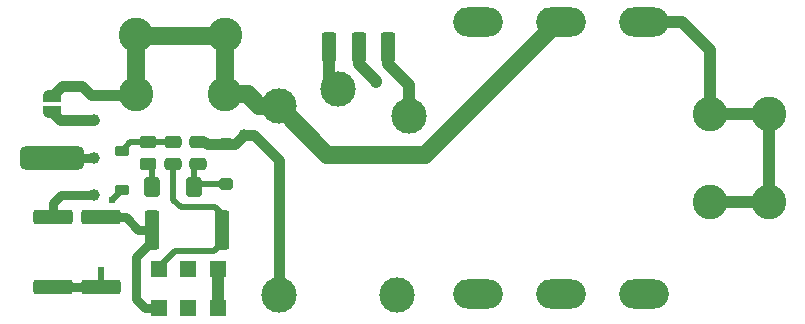
<source format=gbr>
%TF.GenerationSoftware,KiCad,Pcbnew,9.0.5*%
%TF.CreationDate,2025-11-29T21:51:22-08:00*%
%TF.ProjectId,TinyGawant,54696e79-4761-4776-916e-742e6b696361,rev?*%
%TF.SameCoordinates,Original*%
%TF.FileFunction,Copper,L1,Top*%
%TF.FilePolarity,Positive*%
%FSLAX46Y46*%
G04 Gerber Fmt 4.6, Leading zero omitted, Abs format (unit mm)*
G04 Created by KiCad (PCBNEW 9.0.5) date 2025-11-29 21:51:22*
%MOMM*%
%LPD*%
G01*
G04 APERTURE LIST*
G04 Aperture macros list*
%AMRoundRect*
0 Rectangle with rounded corners*
0 $1 Rounding radius*
0 $2 $3 $4 $5 $6 $7 $8 $9 X,Y pos of 4 corners*
0 Add a 4 corners polygon primitive as box body*
4,1,4,$2,$3,$4,$5,$6,$7,$8,$9,$2,$3,0*
0 Add four circle primitives for the rounded corners*
1,1,$1+$1,$2,$3*
1,1,$1+$1,$4,$5*
1,1,$1+$1,$6,$7*
1,1,$1+$1,$8,$9*
0 Add four rect primitives between the rounded corners*
20,1,$1+$1,$2,$3,$4,$5,0*
20,1,$1+$1,$4,$5,$6,$7,0*
20,1,$1+$1,$6,$7,$8,$9,0*
20,1,$1+$1,$8,$9,$2,$3,0*%
%AMFreePoly0*
4,1,23,0.500000,-0.750000,0.000000,-0.750000,0.000000,-0.745722,-0.065263,-0.745722,-0.191342,-0.711940,-0.304381,-0.646677,-0.396677,-0.554381,-0.461940,-0.441342,-0.495722,-0.315263,-0.495722,-0.250000,-0.500000,-0.250000,-0.500000,0.250000,-0.495722,0.250000,-0.495722,0.315263,-0.461940,0.441342,-0.396677,0.554381,-0.304381,0.646677,-0.191342,0.711940,-0.065263,0.745722,0.000000,0.745722,
0.000000,0.750000,0.500000,0.750000,0.500000,-0.750000,0.500000,-0.750000,$1*%
%AMFreePoly1*
4,1,23,0.000000,0.745722,0.065263,0.745722,0.191342,0.711940,0.304381,0.646677,0.396677,0.554381,0.461940,0.441342,0.495722,0.315263,0.495722,0.250000,0.500000,0.250000,0.500000,-0.250000,0.495722,-0.250000,0.495722,-0.315263,0.461940,-0.441342,0.396677,-0.554381,0.304381,-0.646677,0.191342,-0.711940,0.065263,-0.745722,0.000000,-0.745722,0.000000,-0.750000,-0.500000,-0.750000,
-0.500000,0.750000,0.000000,0.750000,0.000000,0.745722,0.000000,0.745722,$1*%
G04 Aperture macros list end*
%TA.AperFunction,ComponentPad*%
%ADD10C,2.925000*%
%TD*%
%TA.AperFunction,SMDPad,CuDef*%
%ADD11RoundRect,0.250000X-1.425000X0.362500X-1.425000X-0.362500X1.425000X-0.362500X1.425000X0.362500X0*%
%TD*%
%TA.AperFunction,SMDPad,CuDef*%
%ADD12RoundRect,0.500000X-2.250000X-0.500000X2.250000X-0.500000X2.250000X0.500000X-2.250000X0.500000X0*%
%TD*%
%TA.AperFunction,SMDPad,CuDef*%
%ADD13RoundRect,0.250000X0.475000X-0.250000X0.475000X0.250000X-0.475000X0.250000X-0.475000X-0.250000X0*%
%TD*%
%TA.AperFunction,ComponentPad*%
%ADD14C,3.000000*%
%TD*%
%TA.AperFunction,SMDPad,CuDef*%
%ADD15RoundRect,0.250000X0.375000X1.000000X-0.375000X1.000000X-0.375000X-1.000000X0.375000X-1.000000X0*%
%TD*%
%TA.AperFunction,ComponentPad*%
%ADD16O,4.200000X2.500000*%
%TD*%
%TA.AperFunction,ComponentPad*%
%ADD17R,1.408000X1.408000*%
%TD*%
%TA.AperFunction,SMDPad,CuDef*%
%ADD18RoundRect,0.250000X-0.450000X0.262500X-0.450000X-0.262500X0.450000X-0.262500X0.450000X0.262500X0*%
%TD*%
%TA.AperFunction,SMDPad,CuDef*%
%ADD19RoundRect,0.250000X-0.350000X0.250000X-0.350000X-0.250000X0.350000X-0.250000X0.350000X0.250000X0*%
%TD*%
%TA.AperFunction,SMDPad,CuDef*%
%ADD20RoundRect,0.250000X0.362500X1.425000X-0.362500X1.425000X-0.362500X-1.425000X0.362500X-1.425000X0*%
%TD*%
%TA.AperFunction,SMDPad,CuDef*%
%ADD21RoundRect,0.250000X1.425000X-0.362500X1.425000X0.362500X-1.425000X0.362500X-1.425000X-0.362500X0*%
%TD*%
%TA.AperFunction,SMDPad,CuDef*%
%ADD22RoundRect,0.225000X-0.375000X0.225000X-0.375000X-0.225000X0.375000X-0.225000X0.375000X0.225000X0*%
%TD*%
%TA.AperFunction,SMDPad,CuDef*%
%ADD23RoundRect,0.250000X-0.400000X-0.600000X0.400000X-0.600000X0.400000X0.600000X-0.400000X0.600000X0*%
%TD*%
%TA.AperFunction,SMDPad,CuDef*%
%ADD24FreePoly0,270.000000*%
%TD*%
%TA.AperFunction,SMDPad,CuDef*%
%ADD25FreePoly1,270.000000*%
%TD*%
%TA.AperFunction,ViaPad*%
%ADD26C,1.000000*%
%TD*%
%TA.AperFunction,ViaPad*%
%ADD27C,0.609600*%
%TD*%
%TA.AperFunction,Conductor*%
%ADD28C,0.762000*%
%TD*%
%TA.AperFunction,Conductor*%
%ADD29C,0.889000*%
%TD*%
%TA.AperFunction,Conductor*%
%ADD30C,1.000000*%
%TD*%
%TA.AperFunction,Conductor*%
%ADD31C,0.508000*%
%TD*%
%TA.AperFunction,Conductor*%
%ADD32C,0.500000*%
%TD*%
%TA.AperFunction,Conductor*%
%ADD33C,1.524000*%
%TD*%
G04 APERTURE END LIST*
D10*
%TO.P,J3,1,1*%
%TO.N,RFGND*%
X128083000Y-119086000D03*
%TO.P,J3,2,1__1*%
X120583000Y-119086000D03*
%TO.P,J3,3,1__2*%
X128083000Y-114086000D03*
%TO.P,J3,4,1__3*%
X120583000Y-114086000D03*
%TD*%
D11*
%TO.P,R1,1*%
%TO.N,Net-(SW1A-A)*%
X117602000Y-129498500D03*
%TO.P,R1,2*%
%TO.N,Net-(D1-A)*%
X117602000Y-135423500D03*
%TD*%
D12*
%TO.P,J1,1,In*%
%TO.N,Net-(J1-In)*%
X113411000Y-124460000D03*
%TD*%
D13*
%TO.P,C3,1*%
%TO.N,Net-(D2-A)*%
X125840000Y-125010000D03*
%TO.P,C3,2*%
%TO.N,GND*%
X125840000Y-123110000D03*
%TD*%
D14*
%TO.P,T1,1,AA*%
%TO.N,GND*%
X132640000Y-136085000D03*
%TO.P,T1,2,AB*%
%TO.N,Net-(SW1B-B)*%
X142640000Y-136085000D03*
%TO.P,T1,3,SA*%
%TO.N,Net-(SW2-C)*%
X137640000Y-118585000D03*
%TO.P,T1,4,SC*%
%TO.N,Net-(SW2-A)*%
X143690000Y-120885000D03*
%TO.P,T1,5,SB*%
%TO.N,RFGND*%
X132640000Y-120085000D03*
%TD*%
D15*
%TO.P,SW2,1,A*%
%TO.N,Net-(SW2-A)*%
X141890000Y-115060000D03*
%TO.P,SW2,2,B*%
%TO.N,Net-(J2-1__1)*%
X139390000Y-115060000D03*
%TO.P,SW2,3,C*%
%TO.N,Net-(SW2-C)*%
X136890000Y-115060000D03*
%TD*%
D16*
%TO.P,C1,1*%
%TO.N,unconnected-(C1-Pad1)*%
X163540000Y-135960000D03*
%TO.P,C1,2*%
%TO.N,RFGND*%
X156540000Y-135960000D03*
%TO.P,C1,3*%
%TO.N,unconnected-(C1-Pad3)*%
X149540000Y-135960000D03*
%TO.P,C1,4*%
%TO.N,Net-(J2-1__1)*%
X163540000Y-112960000D03*
%TO.P,C1,5*%
%TO.N,RFGND*%
X156540000Y-112960000D03*
%TO.P,C1,6*%
%TO.N,unconnected-(C1-Pad6)*%
X149540000Y-112960000D03*
%TD*%
D17*
%TO.P,SW1,1,A*%
%TO.N,Net-(SW1A-A)*%
X122468000Y-137159000D03*
%TO.P,SW1,2,B*%
%TO.N,Net-(J1-In)*%
X124968000Y-137159000D03*
%TO.P,SW1,3,C*%
%TO.N,Net-(SW1A-C)*%
X127468000Y-137159000D03*
%TO.P,SW1,4,A*%
%TO.N,Net-(SW1B-A)*%
X122468000Y-133859000D03*
%TO.P,SW1,5,B*%
%TO.N,Net-(SW1B-B)*%
X124968000Y-133859000D03*
%TO.P,SW1,6,C*%
%TO.N,Net-(SW1A-C)*%
X127468000Y-133859000D03*
%TD*%
D18*
%TO.P,R3,1*%
%TO.N,Net-(D1-K)*%
X121590000Y-123147500D03*
%TO.P,R3,2*%
%TO.N,Net-(D3-K)*%
X121590000Y-124972500D03*
%TD*%
D19*
%TO.P,D2,1,K*%
%TO.N,GND*%
X128140000Y-123260000D03*
%TO.P,D2,2,A*%
%TO.N,Net-(D2-A)*%
X128140000Y-126660000D03*
%TD*%
D20*
%TO.P,R4,1*%
%TO.N,Net-(SW1B-A)*%
X127803500Y-130556000D03*
%TO.P,R4,2*%
%TO.N,Net-(SW1A-A)*%
X121878500Y-130556000D03*
%TD*%
D21*
%TO.P,R2,1*%
%TO.N,Net-(D1-A)*%
X113538000Y-135423500D03*
%TO.P,R2,2*%
%TO.N,GND*%
X113538000Y-129498500D03*
%TD*%
D22*
%TO.P,D1,1,K*%
%TO.N,Net-(D1-K)*%
X119340000Y-123860000D03*
%TO.P,D1,2,A*%
%TO.N,Net-(D1-A)*%
X119340000Y-127160000D03*
%TD*%
D23*
%TO.P,D3,1,K*%
%TO.N,Net-(D3-K)*%
X121940000Y-126960000D03*
%TO.P,D3,2,A*%
%TO.N,Net-(D2-A)*%
X125440000Y-126960000D03*
%TD*%
D13*
%TO.P,C2,1*%
%TO.N,Net-(SW1B-A)*%
X123690000Y-125010000D03*
%TO.P,C2,2*%
%TO.N,Net-(D1-K)*%
X123690000Y-123110000D03*
%TD*%
D24*
%TO.P,JP1,1,A*%
%TO.N,RFGND*%
X113411000Y-119238000D03*
D25*
%TO.P,JP1,2,B*%
%TO.N,GND*%
X113411000Y-120538000D03*
%TD*%
D10*
%TO.P,J2,1,1*%
%TO.N,Net-(J2-1__1)*%
X169140000Y-128210000D03*
%TO.P,J2,2,1__1*%
X169140000Y-120710000D03*
%TO.P,J2,3,1__2*%
X174140000Y-128210000D03*
%TO.P,J2,4,1__3*%
X174140000Y-120710000D03*
%TD*%
D26*
%TO.N,GND*%
X116967000Y-121285000D03*
X116967000Y-127635000D03*
X129667000Y-122555000D03*
%TO.N,Net-(J1-In)*%
X116990000Y-124460000D03*
%TO.N,Net-(J2-1__1)*%
X140843000Y-118010000D03*
D27*
%TO.N,Net-(D1-A)*%
X117602000Y-133985000D03*
X118491000Y-128016000D03*
%TD*%
D28*
%TO.N,GND*%
X113538000Y-128270000D02*
X113538000Y-129498500D01*
D29*
X132640000Y-124639000D02*
X130556000Y-122555000D01*
X128962000Y-123260000D02*
X126528000Y-123260000D01*
X130556000Y-122555000D02*
X129667000Y-122555000D01*
X129667000Y-122555000D02*
X128962000Y-123260000D01*
X116967000Y-121285000D02*
X114158000Y-121285000D01*
D28*
X114173000Y-127635000D02*
X113538000Y-128270000D01*
D29*
X126528000Y-123260000D02*
X126378000Y-123110000D01*
X132640000Y-136085000D02*
X132640000Y-124639000D01*
X114158000Y-121285000D02*
X113411000Y-120538000D01*
X126378000Y-123110000D02*
X125840000Y-123110000D01*
D28*
X116967000Y-127635000D02*
X114173000Y-127635000D01*
%TO.N,Net-(J1-In)*%
X116990000Y-124460000D02*
X113411000Y-124460000D01*
D30*
%TO.N,Net-(J2-1__1)*%
X166740000Y-112960000D02*
X169140000Y-115360000D01*
X163540000Y-112960000D02*
X166740000Y-112960000D01*
X174140000Y-128210000D02*
X169140000Y-128210000D01*
X139390000Y-116530000D02*
X139390000Y-115060000D01*
X174140000Y-120710000D02*
X174140000Y-128210000D01*
X140843000Y-118010000D02*
X140843000Y-117983000D01*
X169140000Y-120710000D02*
X174140000Y-120710000D01*
X169140000Y-115360000D02*
X169140000Y-120710000D01*
X140843000Y-117983000D02*
X139390000Y-116530000D01*
D31*
%TO.N,Net-(SW1B-A)*%
X122468000Y-133859000D02*
X122468000Y-133691000D01*
X127254000Y-128651000D02*
X124333000Y-128651000D01*
X124333000Y-128651000D02*
X123690000Y-128008000D01*
X127803500Y-130556000D02*
X127803500Y-129200500D01*
X127803500Y-129200500D02*
X127254000Y-128651000D01*
X127127000Y-132334000D02*
X127803500Y-131657500D01*
X123825000Y-132334000D02*
X127127000Y-132334000D01*
X123690000Y-128008000D02*
X123690000Y-125010000D01*
X127803500Y-131657500D02*
X127803500Y-130556000D01*
X122468000Y-133691000D02*
X123825000Y-132334000D01*
D32*
%TO.N,Net-(D1-K)*%
X120052500Y-123147500D02*
X119340000Y-123860000D01*
X121590000Y-123147500D02*
X120052500Y-123147500D01*
X123652500Y-123147500D02*
X123690000Y-123110000D01*
X121590000Y-123147500D02*
X123652500Y-123147500D01*
%TO.N,Net-(D2-A)*%
X125740000Y-126660000D02*
X125440000Y-126960000D01*
X125440000Y-125410000D02*
X125840000Y-125010000D01*
X125440000Y-126960000D02*
X125440000Y-125410000D01*
X128140000Y-126660000D02*
X125740000Y-126660000D01*
D31*
%TO.N,Net-(D1-A)*%
X117602000Y-133985000D02*
X117602000Y-135423500D01*
D28*
X113538000Y-135423500D02*
X117602000Y-135423500D01*
D31*
X118491000Y-128016000D02*
X119340000Y-127167000D01*
X119340000Y-127167000D02*
X119340000Y-127160000D01*
D28*
%TO.N,Net-(SW1A-A)*%
X120523000Y-132842000D02*
X120523000Y-136398000D01*
X121284000Y-137159000D02*
X122468000Y-137159000D01*
X121878500Y-130556000D02*
X121878500Y-131486500D01*
X120523000Y-136398000D02*
X121284000Y-137159000D01*
X121878500Y-130556000D02*
X120733000Y-130556000D01*
X120733000Y-130556000D02*
X119675500Y-129498500D01*
X119675500Y-129498500D02*
X117602000Y-129498500D01*
X121878500Y-131486500D02*
X120523000Y-132842000D01*
D30*
%TO.N,Net-(SW1A-C)*%
X127468000Y-133859000D02*
X127468000Y-137159000D01*
%TO.N,Net-(SW2-A)*%
X143690000Y-118290000D02*
X141890000Y-116490000D01*
X143690000Y-120885000D02*
X143690000Y-118290000D01*
X141890000Y-116490000D02*
X141890000Y-115060000D01*
%TO.N,Net-(SW2-C)*%
X136890000Y-117835000D02*
X137640000Y-118585000D01*
X136890000Y-115060000D02*
X136890000Y-117835000D01*
D32*
%TO.N,Net-(D3-K)*%
X121940000Y-126960000D02*
X121940000Y-125322500D01*
X121940000Y-125322500D02*
X121590000Y-124972500D01*
D33*
%TO.N,RFGND*%
X128083000Y-119086000D02*
X130008000Y-119086000D01*
X128009000Y-114160000D02*
X128083000Y-114086000D01*
X128083000Y-114086000D02*
X128083000Y-119086000D01*
D29*
X120509000Y-119160000D02*
X116747000Y-119160000D01*
X115951000Y-118364000D02*
X114285000Y-118364000D01*
D33*
X156340000Y-112960000D02*
X156280000Y-112960000D01*
X120583000Y-114086000D02*
X120657000Y-114160000D01*
D29*
X114285000Y-118364000D02*
X113411000Y-119238000D01*
D33*
X130008000Y-119086000D02*
X131007000Y-120085000D01*
D29*
X120583000Y-119086000D02*
X120509000Y-119160000D01*
D33*
X136761000Y-124206000D02*
X132640000Y-120085000D01*
X120583000Y-119086000D02*
X120583000Y-114086000D01*
X145034000Y-124206000D02*
X136761000Y-124206000D01*
D29*
X116747000Y-119160000D02*
X115951000Y-118364000D01*
D33*
X156280000Y-112960000D02*
X145034000Y-124206000D01*
X120657000Y-114160000D02*
X128009000Y-114160000D01*
X131007000Y-120085000D02*
X132640000Y-120085000D01*
%TD*%
M02*

</source>
